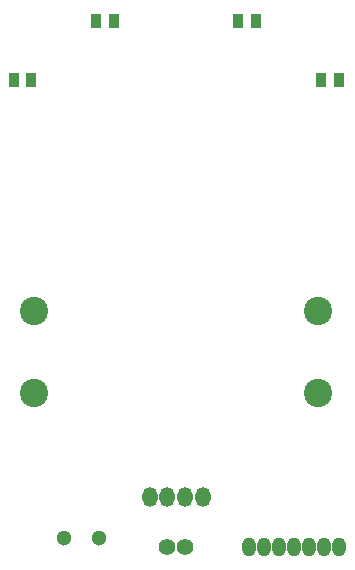
<source format=gbr>
G04 #@! TF.FileFunction,Soldermask,Bot*
%FSLAX46Y46*%
G04 Gerber Fmt 4.6, Leading zero omitted, Abs format (unit mm)*
G04 Created by KiCad (PCBNEW 4.0.7) date 10/02/18 15:19:20*
%MOMM*%
%LPD*%
G01*
G04 APERTURE LIST*
%ADD10C,0.100000*%
%ADD11O,1.200000X1.600000*%
%ADD12O,1.300000X1.700000*%
%ADD13C,1.400000*%
%ADD14C,2.400000*%
%ADD15R,0.900000X1.300000*%
%ADD16C,1.300000*%
G04 APERTURE END LIST*
D10*
D11*
X158810000Y-102500000D03*
X157540000Y-102500000D03*
X156270000Y-102500000D03*
X155000000Y-102500000D03*
X153730000Y-102500000D03*
X152460000Y-102500000D03*
X151190000Y-102500000D03*
D12*
X142750000Y-98250000D03*
X144250000Y-98250000D03*
X145750000Y-98250000D03*
X147250000Y-98250000D03*
D13*
X144250000Y-102500000D03*
X145750000Y-102500000D03*
D14*
X132950000Y-82500000D03*
X132950000Y-89500000D03*
D15*
X157250000Y-63000000D03*
X158750000Y-63000000D03*
X150250000Y-58000000D03*
X151750000Y-58000000D03*
X139750000Y-58000000D03*
X138250000Y-58000000D03*
X131250000Y-63000000D03*
X132750000Y-63000000D03*
D14*
X157050000Y-82500000D03*
X157050000Y-89500000D03*
D16*
X135500000Y-101750000D03*
X138500000Y-101750000D03*
M02*

</source>
